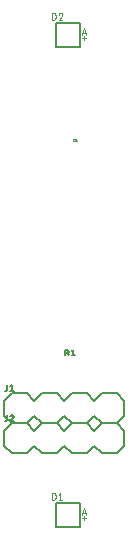
<source format=gbr>
G04 EAGLE Gerber RS-274X export*
G75*
%MOMM*%
%FSLAX34Y34*%
%LPD*%
%INSilkscreen Top*%
%IPPOS*%
%AMOC8*
5,1,8,0,0,1.08239X$1,22.5*%
G01*
%ADD10C,0.127000*%
%ADD11C,0.050800*%
%ADD12C,0.203200*%
%ADD13C,0.025400*%


D10*
X28524Y178740D02*
X28524Y199720D01*
X49530Y199720D01*
X49530Y178740D01*
X28524Y178740D01*
D11*
X50800Y189484D02*
X52663Y195072D01*
X54525Y189484D01*
X54060Y190881D02*
X51266Y190881D01*
X50800Y186577D02*
X54525Y186577D01*
X52663Y184714D02*
X52663Y188440D01*
X25400Y202184D02*
X25400Y207772D01*
X26952Y207772D01*
X27028Y207770D01*
X27104Y207765D01*
X27180Y207755D01*
X27255Y207742D01*
X27329Y207725D01*
X27403Y207705D01*
X27475Y207681D01*
X27546Y207654D01*
X27616Y207623D01*
X27684Y207589D01*
X27750Y207551D01*
X27814Y207510D01*
X27877Y207467D01*
X27937Y207420D01*
X27994Y207370D01*
X28049Y207317D01*
X28102Y207262D01*
X28152Y207205D01*
X28199Y207145D01*
X28242Y207082D01*
X28283Y207018D01*
X28321Y206952D01*
X28355Y206884D01*
X28386Y206814D01*
X28413Y206743D01*
X28437Y206670D01*
X28457Y206597D01*
X28474Y206523D01*
X28487Y206448D01*
X28497Y206372D01*
X28502Y206296D01*
X28504Y206220D01*
X28504Y203736D01*
X28502Y203657D01*
X28496Y203579D01*
X28486Y203501D01*
X28472Y203424D01*
X28454Y203347D01*
X28433Y203271D01*
X28407Y203197D01*
X28378Y203124D01*
X28345Y203053D01*
X28309Y202983D01*
X28269Y202915D01*
X28226Y202849D01*
X28179Y202786D01*
X28130Y202725D01*
X28077Y202667D01*
X28021Y202611D01*
X27963Y202558D01*
X27902Y202509D01*
X27839Y202462D01*
X27773Y202419D01*
X27705Y202379D01*
X27636Y202343D01*
X27564Y202310D01*
X27491Y202281D01*
X27417Y202255D01*
X27341Y202234D01*
X27264Y202216D01*
X27187Y202202D01*
X27109Y202192D01*
X27031Y202186D01*
X26952Y202184D01*
X25400Y202184D01*
X31069Y206530D02*
X32621Y207772D01*
X32621Y202184D01*
X31069Y202184D02*
X34174Y202184D01*
D10*
X28524Y585140D02*
X28524Y606120D01*
X49530Y606120D01*
X49530Y585140D01*
X28524Y585140D01*
D11*
X50800Y595884D02*
X52663Y601472D01*
X54525Y595884D01*
X54060Y597281D02*
X51266Y597281D01*
X50800Y592977D02*
X54525Y592977D01*
X52663Y591114D02*
X52663Y594840D01*
X25400Y608584D02*
X25400Y614172D01*
X26952Y614172D01*
X27028Y614170D01*
X27104Y614165D01*
X27180Y614155D01*
X27255Y614142D01*
X27329Y614125D01*
X27403Y614105D01*
X27475Y614081D01*
X27546Y614054D01*
X27616Y614023D01*
X27684Y613989D01*
X27750Y613951D01*
X27814Y613910D01*
X27877Y613867D01*
X27937Y613820D01*
X27994Y613770D01*
X28049Y613717D01*
X28102Y613662D01*
X28152Y613605D01*
X28199Y613545D01*
X28242Y613482D01*
X28283Y613418D01*
X28321Y613352D01*
X28355Y613284D01*
X28386Y613214D01*
X28413Y613143D01*
X28437Y613070D01*
X28457Y612997D01*
X28474Y612923D01*
X28487Y612848D01*
X28497Y612772D01*
X28502Y612696D01*
X28504Y612620D01*
X28504Y610136D01*
X28502Y610057D01*
X28496Y609979D01*
X28486Y609901D01*
X28472Y609824D01*
X28454Y609747D01*
X28433Y609671D01*
X28407Y609597D01*
X28378Y609524D01*
X28345Y609453D01*
X28309Y609383D01*
X28269Y609315D01*
X28226Y609249D01*
X28179Y609186D01*
X28130Y609125D01*
X28077Y609067D01*
X28021Y609011D01*
X27963Y608958D01*
X27902Y608909D01*
X27839Y608862D01*
X27773Y608819D01*
X27705Y608779D01*
X27636Y608743D01*
X27564Y608710D01*
X27491Y608681D01*
X27417Y608655D01*
X27341Y608634D01*
X27264Y608616D01*
X27187Y608602D01*
X27109Y608592D01*
X27031Y608586D01*
X26952Y608584D01*
X25400Y608584D01*
X32777Y614172D02*
X32850Y614170D01*
X32923Y614164D01*
X32996Y614155D01*
X33067Y614141D01*
X33139Y614124D01*
X33209Y614104D01*
X33278Y614079D01*
X33345Y614051D01*
X33411Y614020D01*
X33476Y613985D01*
X33538Y613947D01*
X33598Y613905D01*
X33656Y613861D01*
X33712Y613813D01*
X33765Y613763D01*
X33815Y613710D01*
X33863Y613654D01*
X33907Y613596D01*
X33949Y613536D01*
X33987Y613474D01*
X34022Y613409D01*
X34053Y613343D01*
X34081Y613276D01*
X34106Y613207D01*
X34126Y613137D01*
X34143Y613065D01*
X34157Y612994D01*
X34166Y612921D01*
X34172Y612848D01*
X34174Y612775D01*
X32777Y614172D02*
X32693Y614170D01*
X32610Y614164D01*
X32527Y614155D01*
X32445Y614141D01*
X32363Y614124D01*
X32282Y614102D01*
X32202Y614077D01*
X32124Y614049D01*
X32046Y614017D01*
X31971Y613981D01*
X31897Y613942D01*
X31825Y613899D01*
X31755Y613853D01*
X31688Y613804D01*
X31622Y613751D01*
X31560Y613696D01*
X31500Y613638D01*
X31442Y613577D01*
X31388Y613514D01*
X31336Y613448D01*
X31288Y613380D01*
X31243Y613309D01*
X31201Y613237D01*
X31163Y613162D01*
X31128Y613086D01*
X31097Y613009D01*
X31069Y612930D01*
X33707Y611689D02*
X33761Y611742D01*
X33812Y611799D01*
X33860Y611858D01*
X33905Y611919D01*
X33946Y611982D01*
X33985Y612048D01*
X34020Y612115D01*
X34052Y612184D01*
X34080Y612255D01*
X34104Y612326D01*
X34125Y612399D01*
X34142Y612473D01*
X34156Y612548D01*
X34165Y612623D01*
X34171Y612699D01*
X34173Y612775D01*
X33708Y611688D02*
X31069Y608584D01*
X34174Y608584D01*
D12*
X67650Y292400D02*
X80350Y292400D01*
X86700Y286050D01*
X86700Y273350D02*
X80350Y267000D01*
X42250Y292400D02*
X35900Y286050D01*
X42250Y292400D02*
X54950Y292400D01*
X61300Y286050D01*
X61300Y273350D02*
X54950Y267000D01*
X42250Y267000D01*
X35900Y273350D01*
X61300Y286050D02*
X67650Y292400D01*
X61300Y273350D02*
X67650Y267000D01*
X80350Y267000D01*
X4150Y292400D02*
X-8550Y292400D01*
X4150Y292400D02*
X10500Y286050D01*
X10500Y273350D02*
X4150Y267000D01*
X10500Y286050D02*
X16850Y292400D01*
X29550Y292400D01*
X35900Y286050D01*
X35900Y273350D02*
X29550Y267000D01*
X16850Y267000D01*
X10500Y273350D01*
X-14900Y273350D02*
X-14900Y286050D01*
X-8550Y292400D01*
X-14900Y273350D02*
X-8550Y267000D01*
X4150Y267000D01*
X86700Y273350D02*
X86700Y286050D01*
D10*
X-12656Y295377D02*
X-12656Y299131D01*
X-12657Y295377D02*
X-12659Y295312D01*
X-12665Y295248D01*
X-12675Y295184D01*
X-12688Y295120D01*
X-12706Y295058D01*
X-12727Y294997D01*
X-12751Y294937D01*
X-12780Y294879D01*
X-12812Y294822D01*
X-12847Y294768D01*
X-12885Y294716D01*
X-12927Y294666D01*
X-12971Y294619D01*
X-13018Y294575D01*
X-13068Y294533D01*
X-13120Y294495D01*
X-13174Y294460D01*
X-13231Y294428D01*
X-13289Y294399D01*
X-13349Y294375D01*
X-13410Y294354D01*
X-13472Y294336D01*
X-13536Y294323D01*
X-13600Y294313D01*
X-13664Y294307D01*
X-13729Y294305D01*
X-14265Y294305D01*
X-9708Y298059D02*
X-8368Y299131D01*
X-8368Y294305D01*
X-9708Y294305D02*
X-7027Y294305D01*
D12*
X67650Y267000D02*
X80350Y267000D01*
X86700Y260650D01*
X86700Y247950D02*
X80350Y241600D01*
X42250Y267000D02*
X35900Y260650D01*
X42250Y267000D02*
X54950Y267000D01*
X61300Y260650D01*
X61300Y247950D02*
X54950Y241600D01*
X42250Y241600D01*
X35900Y247950D01*
X61300Y260650D02*
X67650Y267000D01*
X61300Y247950D02*
X67650Y241600D01*
X80350Y241600D01*
X4150Y267000D02*
X-8550Y267000D01*
X4150Y267000D02*
X10500Y260650D01*
X10500Y247950D02*
X4150Y241600D01*
X10500Y260650D02*
X16850Y267000D01*
X29550Y267000D01*
X35900Y260650D01*
X35900Y247950D02*
X29550Y241600D01*
X16850Y241600D01*
X10500Y247950D01*
X-14900Y247950D02*
X-14900Y260650D01*
X-8550Y267000D01*
X-14900Y247950D02*
X-8550Y241600D01*
X4150Y241600D01*
X86700Y247950D02*
X86700Y260650D01*
D10*
X-12656Y269977D02*
X-12656Y273731D01*
X-12657Y269977D02*
X-12659Y269912D01*
X-12665Y269848D01*
X-12675Y269784D01*
X-12688Y269720D01*
X-12706Y269658D01*
X-12727Y269597D01*
X-12751Y269537D01*
X-12780Y269479D01*
X-12812Y269422D01*
X-12847Y269368D01*
X-12885Y269316D01*
X-12927Y269266D01*
X-12971Y269219D01*
X-13018Y269175D01*
X-13068Y269133D01*
X-13120Y269095D01*
X-13174Y269060D01*
X-13231Y269028D01*
X-13289Y268999D01*
X-13349Y268975D01*
X-13410Y268954D01*
X-13472Y268936D01*
X-13536Y268923D01*
X-13600Y268913D01*
X-13664Y268907D01*
X-13729Y268905D01*
X-14265Y268905D01*
X-8234Y273731D02*
X-8166Y273729D01*
X-8099Y273723D01*
X-8032Y273714D01*
X-7965Y273701D01*
X-7900Y273684D01*
X-7835Y273663D01*
X-7772Y273639D01*
X-7710Y273611D01*
X-7650Y273580D01*
X-7592Y273546D01*
X-7536Y273508D01*
X-7481Y273468D01*
X-7430Y273424D01*
X-7381Y273377D01*
X-7334Y273328D01*
X-7290Y273277D01*
X-7250Y273222D01*
X-7212Y273166D01*
X-7178Y273108D01*
X-7147Y273048D01*
X-7119Y272986D01*
X-7095Y272923D01*
X-7074Y272858D01*
X-7057Y272793D01*
X-7044Y272726D01*
X-7035Y272659D01*
X-7029Y272592D01*
X-7027Y272524D01*
X-8234Y273731D02*
X-8312Y273729D01*
X-8390Y273723D01*
X-8467Y273713D01*
X-8544Y273700D01*
X-8620Y273682D01*
X-8695Y273661D01*
X-8769Y273636D01*
X-8841Y273607D01*
X-8912Y273575D01*
X-8981Y273539D01*
X-9049Y273500D01*
X-9114Y273457D01*
X-9177Y273411D01*
X-9238Y273362D01*
X-9296Y273310D01*
X-9351Y273255D01*
X-9404Y273198D01*
X-9453Y273138D01*
X-9500Y273075D01*
X-9543Y273010D01*
X-9583Y272944D01*
X-9620Y272875D01*
X-9653Y272804D01*
X-9683Y272732D01*
X-9709Y272659D01*
X-7429Y271586D02*
X-7380Y271635D01*
X-7333Y271687D01*
X-7290Y271742D01*
X-7249Y271799D01*
X-7211Y271858D01*
X-7177Y271919D01*
X-7146Y271982D01*
X-7118Y272046D01*
X-7094Y272112D01*
X-7074Y272178D01*
X-7057Y272246D01*
X-7044Y272315D01*
X-7035Y272384D01*
X-7029Y272454D01*
X-7027Y272524D01*
X-7429Y271586D02*
X-9708Y268905D01*
X-7027Y268905D01*
D13*
X43307Y506222D02*
X43307Y507238D01*
X43309Y507287D01*
X43314Y507335D01*
X43324Y507383D01*
X43337Y507430D01*
X43353Y507475D01*
X43373Y507520D01*
X43396Y507562D01*
X43423Y507603D01*
X43452Y507642D01*
X43484Y507678D01*
X43520Y507712D01*
X43557Y507743D01*
X43597Y507771D01*
X43639Y507796D01*
X43682Y507817D01*
X43727Y507836D01*
X43774Y507850D01*
X43821Y507861D01*
X43869Y507869D01*
X43918Y507873D01*
X43966Y507873D01*
X44015Y507869D01*
X44063Y507861D01*
X44110Y507850D01*
X44157Y507836D01*
X44202Y507817D01*
X44245Y507796D01*
X44287Y507771D01*
X44327Y507743D01*
X44364Y507712D01*
X44400Y507678D01*
X44432Y507642D01*
X44461Y507603D01*
X44488Y507562D01*
X44511Y507520D01*
X44531Y507475D01*
X44547Y507430D01*
X44560Y507383D01*
X44570Y507335D01*
X44575Y507287D01*
X44577Y507238D01*
X44577Y506222D01*
X44575Y506173D01*
X44570Y506125D01*
X44560Y506077D01*
X44547Y506030D01*
X44531Y505985D01*
X44511Y505940D01*
X44488Y505898D01*
X44461Y505857D01*
X44432Y505818D01*
X44400Y505782D01*
X44364Y505748D01*
X44327Y505717D01*
X44287Y505689D01*
X44245Y505664D01*
X44202Y505643D01*
X44157Y505624D01*
X44110Y505610D01*
X44063Y505599D01*
X44015Y505591D01*
X43966Y505587D01*
X43918Y505587D01*
X43869Y505591D01*
X43821Y505599D01*
X43774Y505610D01*
X43727Y505624D01*
X43682Y505643D01*
X43639Y505664D01*
X43597Y505689D01*
X43557Y505717D01*
X43520Y505748D01*
X43484Y505782D01*
X43452Y505818D01*
X43423Y505857D01*
X43396Y505898D01*
X43373Y505940D01*
X43353Y505985D01*
X43337Y506030D01*
X43324Y506077D01*
X43314Y506125D01*
X43309Y506173D01*
X43307Y506222D01*
X44323Y506095D02*
X44831Y505587D01*
X45519Y507365D02*
X46154Y507873D01*
X46154Y505587D01*
X45519Y505587D02*
X46789Y505587D01*
D10*
X36908Y329151D02*
X36908Y324325D01*
X36908Y329151D02*
X38249Y329151D01*
X38320Y329149D01*
X38392Y329143D01*
X38462Y329134D01*
X38532Y329121D01*
X38602Y329104D01*
X38670Y329083D01*
X38737Y329059D01*
X38803Y329031D01*
X38867Y329000D01*
X38930Y328965D01*
X38990Y328927D01*
X39049Y328886D01*
X39105Y328842D01*
X39159Y328795D01*
X39210Y328746D01*
X39258Y328693D01*
X39304Y328638D01*
X39346Y328581D01*
X39386Y328521D01*
X39422Y328460D01*
X39455Y328396D01*
X39484Y328331D01*
X39510Y328265D01*
X39533Y328197D01*
X39552Y328128D01*
X39567Y328058D01*
X39578Y327988D01*
X39586Y327917D01*
X39590Y327846D01*
X39590Y327774D01*
X39586Y327703D01*
X39578Y327632D01*
X39567Y327562D01*
X39552Y327492D01*
X39533Y327423D01*
X39510Y327355D01*
X39484Y327289D01*
X39455Y327224D01*
X39422Y327160D01*
X39386Y327099D01*
X39346Y327039D01*
X39304Y326982D01*
X39258Y326927D01*
X39210Y326874D01*
X39159Y326825D01*
X39105Y326778D01*
X39049Y326734D01*
X38990Y326693D01*
X38930Y326655D01*
X38867Y326620D01*
X38803Y326589D01*
X38737Y326561D01*
X38670Y326537D01*
X38602Y326516D01*
X38532Y326499D01*
X38462Y326486D01*
X38392Y326477D01*
X38320Y326471D01*
X38249Y326469D01*
X38249Y326470D02*
X36908Y326470D01*
X38517Y326470D02*
X39589Y324325D01*
X42331Y328079D02*
X43671Y329151D01*
X43671Y324325D01*
X42331Y324325D02*
X45012Y324325D01*
M02*

</source>
